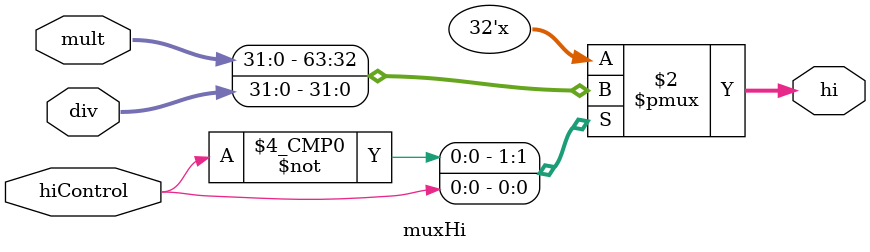
<source format=sv>
module muxHi(
input logic [31:0] mult,
input logic [31:0] div,
input logic  hiControl,
output logic [31:0] hi
);

always 
	case (hiControl)
		1'd0: begin
			  hi = mult;
		end
		1'd1: begin
			hi = div;
		end
	endcase
	
endmodule

</source>
